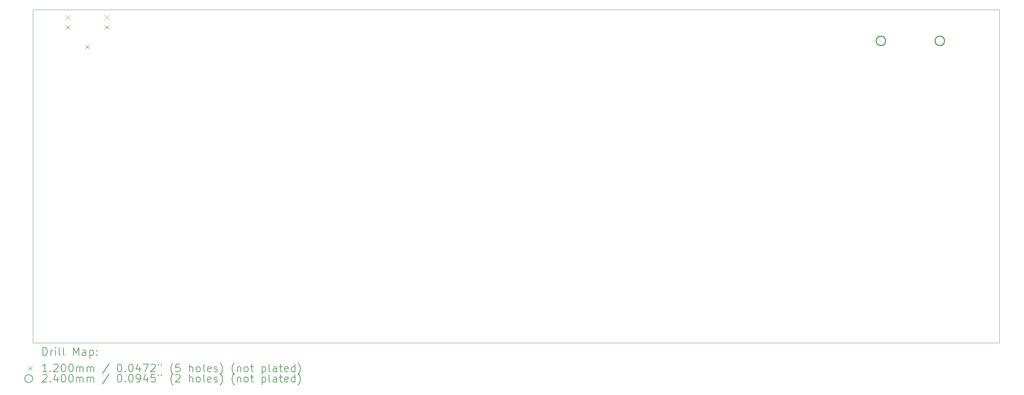
<source format=gbr>
%TF.GenerationSoftware,KiCad,Pcbnew,7.0.7*%
%TF.CreationDate,2023-10-19T16:40:44+01:00*%
%TF.ProjectId,CPC464-2MINI,43504334-3634-42d3-924d-494e492e6b69,rev?*%
%TF.SameCoordinates,Original*%
%TF.FileFunction,Drillmap*%
%TF.FilePolarity,Positive*%
%FSLAX45Y45*%
G04 Gerber Fmt 4.5, Leading zero omitted, Abs format (unit mm)*
G04 Created by KiCad (PCBNEW 7.0.7) date 2023-10-19 16:40:44*
%MOMM*%
%LPD*%
G01*
G04 APERTURE LIST*
%ADD10C,0.100000*%
%ADD11C,0.200000*%
%ADD12C,0.120000*%
%ADD13C,0.240000*%
G04 APERTURE END LIST*
D10*
X1442720Y-2727960D02*
X26047700Y-2727960D01*
X26047700Y-11226000D01*
X1442720Y-11226000D01*
X1442720Y-2727960D01*
D11*
D12*
X2269560Y-2870080D02*
X2389560Y-2990080D01*
X2389560Y-2870080D02*
X2269560Y-2990080D01*
X2269560Y-3120080D02*
X2389560Y-3240080D01*
X2389560Y-3120080D02*
X2269560Y-3240080D01*
X2769560Y-3620080D02*
X2889560Y-3740080D01*
X2889560Y-3620080D02*
X2769560Y-3740080D01*
X3269560Y-2870080D02*
X3389560Y-2990080D01*
X3389560Y-2870080D02*
X3269560Y-2990080D01*
X3269560Y-3120080D02*
X3389560Y-3240080D01*
X3389560Y-3120080D02*
X3269560Y-3240080D01*
D13*
X23152750Y-3527320D02*
G75*
G03*
X23152750Y-3527320I-120000J0D01*
G01*
X24652750Y-3527320D02*
G75*
G03*
X24652750Y-3527320I-120000J0D01*
G01*
D11*
X1698497Y-11542484D02*
X1698497Y-11342484D01*
X1698497Y-11342484D02*
X1746116Y-11342484D01*
X1746116Y-11342484D02*
X1774687Y-11352008D01*
X1774687Y-11352008D02*
X1793735Y-11371055D01*
X1793735Y-11371055D02*
X1803259Y-11390103D01*
X1803259Y-11390103D02*
X1812782Y-11428198D01*
X1812782Y-11428198D02*
X1812782Y-11456769D01*
X1812782Y-11456769D02*
X1803259Y-11494865D01*
X1803259Y-11494865D02*
X1793735Y-11513912D01*
X1793735Y-11513912D02*
X1774687Y-11532960D01*
X1774687Y-11532960D02*
X1746116Y-11542484D01*
X1746116Y-11542484D02*
X1698497Y-11542484D01*
X1898497Y-11542484D02*
X1898497Y-11409150D01*
X1898497Y-11447246D02*
X1908021Y-11428198D01*
X1908021Y-11428198D02*
X1917544Y-11418674D01*
X1917544Y-11418674D02*
X1936592Y-11409150D01*
X1936592Y-11409150D02*
X1955640Y-11409150D01*
X2022306Y-11542484D02*
X2022306Y-11409150D01*
X2022306Y-11342484D02*
X2012782Y-11352008D01*
X2012782Y-11352008D02*
X2022306Y-11361531D01*
X2022306Y-11361531D02*
X2031830Y-11352008D01*
X2031830Y-11352008D02*
X2022306Y-11342484D01*
X2022306Y-11342484D02*
X2022306Y-11361531D01*
X2146116Y-11542484D02*
X2127068Y-11532960D01*
X2127068Y-11532960D02*
X2117544Y-11513912D01*
X2117544Y-11513912D02*
X2117544Y-11342484D01*
X2250878Y-11542484D02*
X2231830Y-11532960D01*
X2231830Y-11532960D02*
X2222306Y-11513912D01*
X2222306Y-11513912D02*
X2222306Y-11342484D01*
X2479449Y-11542484D02*
X2479449Y-11342484D01*
X2479449Y-11342484D02*
X2546116Y-11485341D01*
X2546116Y-11485341D02*
X2612783Y-11342484D01*
X2612783Y-11342484D02*
X2612783Y-11542484D01*
X2793735Y-11542484D02*
X2793735Y-11437722D01*
X2793735Y-11437722D02*
X2784211Y-11418674D01*
X2784211Y-11418674D02*
X2765164Y-11409150D01*
X2765164Y-11409150D02*
X2727068Y-11409150D01*
X2727068Y-11409150D02*
X2708021Y-11418674D01*
X2793735Y-11532960D02*
X2774687Y-11542484D01*
X2774687Y-11542484D02*
X2727068Y-11542484D01*
X2727068Y-11542484D02*
X2708021Y-11532960D01*
X2708021Y-11532960D02*
X2698497Y-11513912D01*
X2698497Y-11513912D02*
X2698497Y-11494865D01*
X2698497Y-11494865D02*
X2708021Y-11475817D01*
X2708021Y-11475817D02*
X2727068Y-11466293D01*
X2727068Y-11466293D02*
X2774687Y-11466293D01*
X2774687Y-11466293D02*
X2793735Y-11456769D01*
X2888973Y-11409150D02*
X2888973Y-11609150D01*
X2888973Y-11418674D02*
X2908021Y-11409150D01*
X2908021Y-11409150D02*
X2946116Y-11409150D01*
X2946116Y-11409150D02*
X2965163Y-11418674D01*
X2965163Y-11418674D02*
X2974687Y-11428198D01*
X2974687Y-11428198D02*
X2984211Y-11447246D01*
X2984211Y-11447246D02*
X2984211Y-11504388D01*
X2984211Y-11504388D02*
X2974687Y-11523436D01*
X2974687Y-11523436D02*
X2965163Y-11532960D01*
X2965163Y-11532960D02*
X2946116Y-11542484D01*
X2946116Y-11542484D02*
X2908021Y-11542484D01*
X2908021Y-11542484D02*
X2888973Y-11532960D01*
X3069925Y-11523436D02*
X3079449Y-11532960D01*
X3079449Y-11532960D02*
X3069925Y-11542484D01*
X3069925Y-11542484D02*
X3060402Y-11532960D01*
X3060402Y-11532960D02*
X3069925Y-11523436D01*
X3069925Y-11523436D02*
X3069925Y-11542484D01*
X3069925Y-11418674D02*
X3079449Y-11428198D01*
X3079449Y-11428198D02*
X3069925Y-11437722D01*
X3069925Y-11437722D02*
X3060402Y-11428198D01*
X3060402Y-11428198D02*
X3069925Y-11418674D01*
X3069925Y-11418674D02*
X3069925Y-11437722D01*
D12*
X1317720Y-11811000D02*
X1437720Y-11931000D01*
X1437720Y-11811000D02*
X1317720Y-11931000D01*
D11*
X1803259Y-11962484D02*
X1688973Y-11962484D01*
X1746116Y-11962484D02*
X1746116Y-11762484D01*
X1746116Y-11762484D02*
X1727068Y-11791055D01*
X1727068Y-11791055D02*
X1708021Y-11810103D01*
X1708021Y-11810103D02*
X1688973Y-11819627D01*
X1888973Y-11943436D02*
X1898497Y-11952960D01*
X1898497Y-11952960D02*
X1888973Y-11962484D01*
X1888973Y-11962484D02*
X1879449Y-11952960D01*
X1879449Y-11952960D02*
X1888973Y-11943436D01*
X1888973Y-11943436D02*
X1888973Y-11962484D01*
X1974687Y-11781531D02*
X1984211Y-11772008D01*
X1984211Y-11772008D02*
X2003259Y-11762484D01*
X2003259Y-11762484D02*
X2050878Y-11762484D01*
X2050878Y-11762484D02*
X2069925Y-11772008D01*
X2069925Y-11772008D02*
X2079449Y-11781531D01*
X2079449Y-11781531D02*
X2088973Y-11800579D01*
X2088973Y-11800579D02*
X2088973Y-11819627D01*
X2088973Y-11819627D02*
X2079449Y-11848198D01*
X2079449Y-11848198D02*
X1965163Y-11962484D01*
X1965163Y-11962484D02*
X2088973Y-11962484D01*
X2212783Y-11762484D02*
X2231830Y-11762484D01*
X2231830Y-11762484D02*
X2250878Y-11772008D01*
X2250878Y-11772008D02*
X2260402Y-11781531D01*
X2260402Y-11781531D02*
X2269925Y-11800579D01*
X2269925Y-11800579D02*
X2279449Y-11838674D01*
X2279449Y-11838674D02*
X2279449Y-11886293D01*
X2279449Y-11886293D02*
X2269925Y-11924388D01*
X2269925Y-11924388D02*
X2260402Y-11943436D01*
X2260402Y-11943436D02*
X2250878Y-11952960D01*
X2250878Y-11952960D02*
X2231830Y-11962484D01*
X2231830Y-11962484D02*
X2212783Y-11962484D01*
X2212783Y-11962484D02*
X2193735Y-11952960D01*
X2193735Y-11952960D02*
X2184211Y-11943436D01*
X2184211Y-11943436D02*
X2174687Y-11924388D01*
X2174687Y-11924388D02*
X2165164Y-11886293D01*
X2165164Y-11886293D02*
X2165164Y-11838674D01*
X2165164Y-11838674D02*
X2174687Y-11800579D01*
X2174687Y-11800579D02*
X2184211Y-11781531D01*
X2184211Y-11781531D02*
X2193735Y-11772008D01*
X2193735Y-11772008D02*
X2212783Y-11762484D01*
X2403259Y-11762484D02*
X2422306Y-11762484D01*
X2422306Y-11762484D02*
X2441354Y-11772008D01*
X2441354Y-11772008D02*
X2450878Y-11781531D01*
X2450878Y-11781531D02*
X2460402Y-11800579D01*
X2460402Y-11800579D02*
X2469925Y-11838674D01*
X2469925Y-11838674D02*
X2469925Y-11886293D01*
X2469925Y-11886293D02*
X2460402Y-11924388D01*
X2460402Y-11924388D02*
X2450878Y-11943436D01*
X2450878Y-11943436D02*
X2441354Y-11952960D01*
X2441354Y-11952960D02*
X2422306Y-11962484D01*
X2422306Y-11962484D02*
X2403259Y-11962484D01*
X2403259Y-11962484D02*
X2384211Y-11952960D01*
X2384211Y-11952960D02*
X2374687Y-11943436D01*
X2374687Y-11943436D02*
X2365164Y-11924388D01*
X2365164Y-11924388D02*
X2355640Y-11886293D01*
X2355640Y-11886293D02*
X2355640Y-11838674D01*
X2355640Y-11838674D02*
X2365164Y-11800579D01*
X2365164Y-11800579D02*
X2374687Y-11781531D01*
X2374687Y-11781531D02*
X2384211Y-11772008D01*
X2384211Y-11772008D02*
X2403259Y-11762484D01*
X2555640Y-11962484D02*
X2555640Y-11829150D01*
X2555640Y-11848198D02*
X2565164Y-11838674D01*
X2565164Y-11838674D02*
X2584211Y-11829150D01*
X2584211Y-11829150D02*
X2612783Y-11829150D01*
X2612783Y-11829150D02*
X2631830Y-11838674D01*
X2631830Y-11838674D02*
X2641354Y-11857722D01*
X2641354Y-11857722D02*
X2641354Y-11962484D01*
X2641354Y-11857722D02*
X2650878Y-11838674D01*
X2650878Y-11838674D02*
X2669925Y-11829150D01*
X2669925Y-11829150D02*
X2698497Y-11829150D01*
X2698497Y-11829150D02*
X2717545Y-11838674D01*
X2717545Y-11838674D02*
X2727068Y-11857722D01*
X2727068Y-11857722D02*
X2727068Y-11962484D01*
X2822306Y-11962484D02*
X2822306Y-11829150D01*
X2822306Y-11848198D02*
X2831830Y-11838674D01*
X2831830Y-11838674D02*
X2850878Y-11829150D01*
X2850878Y-11829150D02*
X2879449Y-11829150D01*
X2879449Y-11829150D02*
X2898497Y-11838674D01*
X2898497Y-11838674D02*
X2908021Y-11857722D01*
X2908021Y-11857722D02*
X2908021Y-11962484D01*
X2908021Y-11857722D02*
X2917544Y-11838674D01*
X2917544Y-11838674D02*
X2936592Y-11829150D01*
X2936592Y-11829150D02*
X2965163Y-11829150D01*
X2965163Y-11829150D02*
X2984211Y-11838674D01*
X2984211Y-11838674D02*
X2993735Y-11857722D01*
X2993735Y-11857722D02*
X2993735Y-11962484D01*
X3384211Y-11752960D02*
X3212783Y-12010103D01*
X3641354Y-11762484D02*
X3660402Y-11762484D01*
X3660402Y-11762484D02*
X3679449Y-11772008D01*
X3679449Y-11772008D02*
X3688973Y-11781531D01*
X3688973Y-11781531D02*
X3698497Y-11800579D01*
X3698497Y-11800579D02*
X3708021Y-11838674D01*
X3708021Y-11838674D02*
X3708021Y-11886293D01*
X3708021Y-11886293D02*
X3698497Y-11924388D01*
X3698497Y-11924388D02*
X3688973Y-11943436D01*
X3688973Y-11943436D02*
X3679449Y-11952960D01*
X3679449Y-11952960D02*
X3660402Y-11962484D01*
X3660402Y-11962484D02*
X3641354Y-11962484D01*
X3641354Y-11962484D02*
X3622306Y-11952960D01*
X3622306Y-11952960D02*
X3612783Y-11943436D01*
X3612783Y-11943436D02*
X3603259Y-11924388D01*
X3603259Y-11924388D02*
X3593735Y-11886293D01*
X3593735Y-11886293D02*
X3593735Y-11838674D01*
X3593735Y-11838674D02*
X3603259Y-11800579D01*
X3603259Y-11800579D02*
X3612783Y-11781531D01*
X3612783Y-11781531D02*
X3622306Y-11772008D01*
X3622306Y-11772008D02*
X3641354Y-11762484D01*
X3793735Y-11943436D02*
X3803259Y-11952960D01*
X3803259Y-11952960D02*
X3793735Y-11962484D01*
X3793735Y-11962484D02*
X3784211Y-11952960D01*
X3784211Y-11952960D02*
X3793735Y-11943436D01*
X3793735Y-11943436D02*
X3793735Y-11962484D01*
X3927068Y-11762484D02*
X3946116Y-11762484D01*
X3946116Y-11762484D02*
X3965164Y-11772008D01*
X3965164Y-11772008D02*
X3974687Y-11781531D01*
X3974687Y-11781531D02*
X3984211Y-11800579D01*
X3984211Y-11800579D02*
X3993735Y-11838674D01*
X3993735Y-11838674D02*
X3993735Y-11886293D01*
X3993735Y-11886293D02*
X3984211Y-11924388D01*
X3984211Y-11924388D02*
X3974687Y-11943436D01*
X3974687Y-11943436D02*
X3965164Y-11952960D01*
X3965164Y-11952960D02*
X3946116Y-11962484D01*
X3946116Y-11962484D02*
X3927068Y-11962484D01*
X3927068Y-11962484D02*
X3908021Y-11952960D01*
X3908021Y-11952960D02*
X3898497Y-11943436D01*
X3898497Y-11943436D02*
X3888973Y-11924388D01*
X3888973Y-11924388D02*
X3879449Y-11886293D01*
X3879449Y-11886293D02*
X3879449Y-11838674D01*
X3879449Y-11838674D02*
X3888973Y-11800579D01*
X3888973Y-11800579D02*
X3898497Y-11781531D01*
X3898497Y-11781531D02*
X3908021Y-11772008D01*
X3908021Y-11772008D02*
X3927068Y-11762484D01*
X4165164Y-11829150D02*
X4165164Y-11962484D01*
X4117545Y-11752960D02*
X4069926Y-11895817D01*
X4069926Y-11895817D02*
X4193735Y-11895817D01*
X4250878Y-11762484D02*
X4384211Y-11762484D01*
X4384211Y-11762484D02*
X4298497Y-11962484D01*
X4450878Y-11781531D02*
X4460402Y-11772008D01*
X4460402Y-11772008D02*
X4479449Y-11762484D01*
X4479449Y-11762484D02*
X4527069Y-11762484D01*
X4527069Y-11762484D02*
X4546116Y-11772008D01*
X4546116Y-11772008D02*
X4555640Y-11781531D01*
X4555640Y-11781531D02*
X4565164Y-11800579D01*
X4565164Y-11800579D02*
X4565164Y-11819627D01*
X4565164Y-11819627D02*
X4555640Y-11848198D01*
X4555640Y-11848198D02*
X4441354Y-11962484D01*
X4441354Y-11962484D02*
X4565164Y-11962484D01*
X4641354Y-11762484D02*
X4641354Y-11800579D01*
X4717545Y-11762484D02*
X4717545Y-11800579D01*
X5012783Y-12038674D02*
X5003259Y-12029150D01*
X5003259Y-12029150D02*
X4984211Y-12000579D01*
X4984211Y-12000579D02*
X4974688Y-11981531D01*
X4974688Y-11981531D02*
X4965164Y-11952960D01*
X4965164Y-11952960D02*
X4955640Y-11905341D01*
X4955640Y-11905341D02*
X4955640Y-11867246D01*
X4955640Y-11867246D02*
X4965164Y-11819627D01*
X4965164Y-11819627D02*
X4974688Y-11791055D01*
X4974688Y-11791055D02*
X4984211Y-11772008D01*
X4984211Y-11772008D02*
X5003259Y-11743436D01*
X5003259Y-11743436D02*
X5012783Y-11733912D01*
X5184211Y-11762484D02*
X5088973Y-11762484D01*
X5088973Y-11762484D02*
X5079450Y-11857722D01*
X5079450Y-11857722D02*
X5088973Y-11848198D01*
X5088973Y-11848198D02*
X5108021Y-11838674D01*
X5108021Y-11838674D02*
X5155640Y-11838674D01*
X5155640Y-11838674D02*
X5174688Y-11848198D01*
X5174688Y-11848198D02*
X5184211Y-11857722D01*
X5184211Y-11857722D02*
X5193735Y-11876769D01*
X5193735Y-11876769D02*
X5193735Y-11924388D01*
X5193735Y-11924388D02*
X5184211Y-11943436D01*
X5184211Y-11943436D02*
X5174688Y-11952960D01*
X5174688Y-11952960D02*
X5155640Y-11962484D01*
X5155640Y-11962484D02*
X5108021Y-11962484D01*
X5108021Y-11962484D02*
X5088973Y-11952960D01*
X5088973Y-11952960D02*
X5079450Y-11943436D01*
X5431831Y-11962484D02*
X5431831Y-11762484D01*
X5517545Y-11962484D02*
X5517545Y-11857722D01*
X5517545Y-11857722D02*
X5508021Y-11838674D01*
X5508021Y-11838674D02*
X5488973Y-11829150D01*
X5488973Y-11829150D02*
X5460402Y-11829150D01*
X5460402Y-11829150D02*
X5441354Y-11838674D01*
X5441354Y-11838674D02*
X5431831Y-11848198D01*
X5641354Y-11962484D02*
X5622307Y-11952960D01*
X5622307Y-11952960D02*
X5612783Y-11943436D01*
X5612783Y-11943436D02*
X5603259Y-11924388D01*
X5603259Y-11924388D02*
X5603259Y-11867246D01*
X5603259Y-11867246D02*
X5612783Y-11848198D01*
X5612783Y-11848198D02*
X5622307Y-11838674D01*
X5622307Y-11838674D02*
X5641354Y-11829150D01*
X5641354Y-11829150D02*
X5669926Y-11829150D01*
X5669926Y-11829150D02*
X5688973Y-11838674D01*
X5688973Y-11838674D02*
X5698497Y-11848198D01*
X5698497Y-11848198D02*
X5708021Y-11867246D01*
X5708021Y-11867246D02*
X5708021Y-11924388D01*
X5708021Y-11924388D02*
X5698497Y-11943436D01*
X5698497Y-11943436D02*
X5688973Y-11952960D01*
X5688973Y-11952960D02*
X5669926Y-11962484D01*
X5669926Y-11962484D02*
X5641354Y-11962484D01*
X5822307Y-11962484D02*
X5803259Y-11952960D01*
X5803259Y-11952960D02*
X5793735Y-11933912D01*
X5793735Y-11933912D02*
X5793735Y-11762484D01*
X5974688Y-11952960D02*
X5955640Y-11962484D01*
X5955640Y-11962484D02*
X5917545Y-11962484D01*
X5917545Y-11962484D02*
X5898497Y-11952960D01*
X5898497Y-11952960D02*
X5888973Y-11933912D01*
X5888973Y-11933912D02*
X5888973Y-11857722D01*
X5888973Y-11857722D02*
X5898497Y-11838674D01*
X5898497Y-11838674D02*
X5917545Y-11829150D01*
X5917545Y-11829150D02*
X5955640Y-11829150D01*
X5955640Y-11829150D02*
X5974688Y-11838674D01*
X5974688Y-11838674D02*
X5984211Y-11857722D01*
X5984211Y-11857722D02*
X5984211Y-11876769D01*
X5984211Y-11876769D02*
X5888973Y-11895817D01*
X6060402Y-11952960D02*
X6079450Y-11962484D01*
X6079450Y-11962484D02*
X6117545Y-11962484D01*
X6117545Y-11962484D02*
X6136592Y-11952960D01*
X6136592Y-11952960D02*
X6146116Y-11933912D01*
X6146116Y-11933912D02*
X6146116Y-11924388D01*
X6146116Y-11924388D02*
X6136592Y-11905341D01*
X6136592Y-11905341D02*
X6117545Y-11895817D01*
X6117545Y-11895817D02*
X6088973Y-11895817D01*
X6088973Y-11895817D02*
X6069926Y-11886293D01*
X6069926Y-11886293D02*
X6060402Y-11867246D01*
X6060402Y-11867246D02*
X6060402Y-11857722D01*
X6060402Y-11857722D02*
X6069926Y-11838674D01*
X6069926Y-11838674D02*
X6088973Y-11829150D01*
X6088973Y-11829150D02*
X6117545Y-11829150D01*
X6117545Y-11829150D02*
X6136592Y-11838674D01*
X6212783Y-12038674D02*
X6222307Y-12029150D01*
X6222307Y-12029150D02*
X6241354Y-12000579D01*
X6241354Y-12000579D02*
X6250878Y-11981531D01*
X6250878Y-11981531D02*
X6260402Y-11952960D01*
X6260402Y-11952960D02*
X6269926Y-11905341D01*
X6269926Y-11905341D02*
X6269926Y-11867246D01*
X6269926Y-11867246D02*
X6260402Y-11819627D01*
X6260402Y-11819627D02*
X6250878Y-11791055D01*
X6250878Y-11791055D02*
X6241354Y-11772008D01*
X6241354Y-11772008D02*
X6222307Y-11743436D01*
X6222307Y-11743436D02*
X6212783Y-11733912D01*
X6574688Y-12038674D02*
X6565164Y-12029150D01*
X6565164Y-12029150D02*
X6546116Y-12000579D01*
X6546116Y-12000579D02*
X6536592Y-11981531D01*
X6536592Y-11981531D02*
X6527069Y-11952960D01*
X6527069Y-11952960D02*
X6517545Y-11905341D01*
X6517545Y-11905341D02*
X6517545Y-11867246D01*
X6517545Y-11867246D02*
X6527069Y-11819627D01*
X6527069Y-11819627D02*
X6536592Y-11791055D01*
X6536592Y-11791055D02*
X6546116Y-11772008D01*
X6546116Y-11772008D02*
X6565164Y-11743436D01*
X6565164Y-11743436D02*
X6574688Y-11733912D01*
X6650878Y-11829150D02*
X6650878Y-11962484D01*
X6650878Y-11848198D02*
X6660402Y-11838674D01*
X6660402Y-11838674D02*
X6679450Y-11829150D01*
X6679450Y-11829150D02*
X6708021Y-11829150D01*
X6708021Y-11829150D02*
X6727069Y-11838674D01*
X6727069Y-11838674D02*
X6736592Y-11857722D01*
X6736592Y-11857722D02*
X6736592Y-11962484D01*
X6860402Y-11962484D02*
X6841354Y-11952960D01*
X6841354Y-11952960D02*
X6831831Y-11943436D01*
X6831831Y-11943436D02*
X6822307Y-11924388D01*
X6822307Y-11924388D02*
X6822307Y-11867246D01*
X6822307Y-11867246D02*
X6831831Y-11848198D01*
X6831831Y-11848198D02*
X6841354Y-11838674D01*
X6841354Y-11838674D02*
X6860402Y-11829150D01*
X6860402Y-11829150D02*
X6888973Y-11829150D01*
X6888973Y-11829150D02*
X6908021Y-11838674D01*
X6908021Y-11838674D02*
X6917545Y-11848198D01*
X6917545Y-11848198D02*
X6927069Y-11867246D01*
X6927069Y-11867246D02*
X6927069Y-11924388D01*
X6927069Y-11924388D02*
X6917545Y-11943436D01*
X6917545Y-11943436D02*
X6908021Y-11952960D01*
X6908021Y-11952960D02*
X6888973Y-11962484D01*
X6888973Y-11962484D02*
X6860402Y-11962484D01*
X6984212Y-11829150D02*
X7060402Y-11829150D01*
X7012783Y-11762484D02*
X7012783Y-11933912D01*
X7012783Y-11933912D02*
X7022307Y-11952960D01*
X7022307Y-11952960D02*
X7041354Y-11962484D01*
X7041354Y-11962484D02*
X7060402Y-11962484D01*
X7279450Y-11829150D02*
X7279450Y-12029150D01*
X7279450Y-11838674D02*
X7298497Y-11829150D01*
X7298497Y-11829150D02*
X7336593Y-11829150D01*
X7336593Y-11829150D02*
X7355640Y-11838674D01*
X7355640Y-11838674D02*
X7365164Y-11848198D01*
X7365164Y-11848198D02*
X7374688Y-11867246D01*
X7374688Y-11867246D02*
X7374688Y-11924388D01*
X7374688Y-11924388D02*
X7365164Y-11943436D01*
X7365164Y-11943436D02*
X7355640Y-11952960D01*
X7355640Y-11952960D02*
X7336593Y-11962484D01*
X7336593Y-11962484D02*
X7298497Y-11962484D01*
X7298497Y-11962484D02*
X7279450Y-11952960D01*
X7488973Y-11962484D02*
X7469926Y-11952960D01*
X7469926Y-11952960D02*
X7460402Y-11933912D01*
X7460402Y-11933912D02*
X7460402Y-11762484D01*
X7650878Y-11962484D02*
X7650878Y-11857722D01*
X7650878Y-11857722D02*
X7641354Y-11838674D01*
X7641354Y-11838674D02*
X7622307Y-11829150D01*
X7622307Y-11829150D02*
X7584212Y-11829150D01*
X7584212Y-11829150D02*
X7565164Y-11838674D01*
X7650878Y-11952960D02*
X7631831Y-11962484D01*
X7631831Y-11962484D02*
X7584212Y-11962484D01*
X7584212Y-11962484D02*
X7565164Y-11952960D01*
X7565164Y-11952960D02*
X7555640Y-11933912D01*
X7555640Y-11933912D02*
X7555640Y-11914865D01*
X7555640Y-11914865D02*
X7565164Y-11895817D01*
X7565164Y-11895817D02*
X7584212Y-11886293D01*
X7584212Y-11886293D02*
X7631831Y-11886293D01*
X7631831Y-11886293D02*
X7650878Y-11876769D01*
X7717545Y-11829150D02*
X7793735Y-11829150D01*
X7746116Y-11762484D02*
X7746116Y-11933912D01*
X7746116Y-11933912D02*
X7755640Y-11952960D01*
X7755640Y-11952960D02*
X7774688Y-11962484D01*
X7774688Y-11962484D02*
X7793735Y-11962484D01*
X7936593Y-11952960D02*
X7917545Y-11962484D01*
X7917545Y-11962484D02*
X7879450Y-11962484D01*
X7879450Y-11962484D02*
X7860402Y-11952960D01*
X7860402Y-11952960D02*
X7850878Y-11933912D01*
X7850878Y-11933912D02*
X7850878Y-11857722D01*
X7850878Y-11857722D02*
X7860402Y-11838674D01*
X7860402Y-11838674D02*
X7879450Y-11829150D01*
X7879450Y-11829150D02*
X7917545Y-11829150D01*
X7917545Y-11829150D02*
X7936593Y-11838674D01*
X7936593Y-11838674D02*
X7946116Y-11857722D01*
X7946116Y-11857722D02*
X7946116Y-11876769D01*
X7946116Y-11876769D02*
X7850878Y-11895817D01*
X8117545Y-11962484D02*
X8117545Y-11762484D01*
X8117545Y-11952960D02*
X8098497Y-11962484D01*
X8098497Y-11962484D02*
X8060402Y-11962484D01*
X8060402Y-11962484D02*
X8041354Y-11952960D01*
X8041354Y-11952960D02*
X8031831Y-11943436D01*
X8031831Y-11943436D02*
X8022307Y-11924388D01*
X8022307Y-11924388D02*
X8022307Y-11867246D01*
X8022307Y-11867246D02*
X8031831Y-11848198D01*
X8031831Y-11848198D02*
X8041354Y-11838674D01*
X8041354Y-11838674D02*
X8060402Y-11829150D01*
X8060402Y-11829150D02*
X8098497Y-11829150D01*
X8098497Y-11829150D02*
X8117545Y-11838674D01*
X8193735Y-12038674D02*
X8203259Y-12029150D01*
X8203259Y-12029150D02*
X8222307Y-12000579D01*
X8222307Y-12000579D02*
X8231831Y-11981531D01*
X8231831Y-11981531D02*
X8241354Y-11952960D01*
X8241354Y-11952960D02*
X8250878Y-11905341D01*
X8250878Y-11905341D02*
X8250878Y-11867246D01*
X8250878Y-11867246D02*
X8241354Y-11819627D01*
X8241354Y-11819627D02*
X8231831Y-11791055D01*
X8231831Y-11791055D02*
X8222307Y-11772008D01*
X8222307Y-11772008D02*
X8203259Y-11743436D01*
X8203259Y-11743436D02*
X8193735Y-11733912D01*
X1437720Y-12135000D02*
G75*
G03*
X1437720Y-12135000I-100000J0D01*
G01*
X1688973Y-12045531D02*
X1698497Y-12036008D01*
X1698497Y-12036008D02*
X1717544Y-12026484D01*
X1717544Y-12026484D02*
X1765163Y-12026484D01*
X1765163Y-12026484D02*
X1784211Y-12036008D01*
X1784211Y-12036008D02*
X1793735Y-12045531D01*
X1793735Y-12045531D02*
X1803259Y-12064579D01*
X1803259Y-12064579D02*
X1803259Y-12083627D01*
X1803259Y-12083627D02*
X1793735Y-12112198D01*
X1793735Y-12112198D02*
X1679449Y-12226484D01*
X1679449Y-12226484D02*
X1803259Y-12226484D01*
X1888973Y-12207436D02*
X1898497Y-12216960D01*
X1898497Y-12216960D02*
X1888973Y-12226484D01*
X1888973Y-12226484D02*
X1879449Y-12216960D01*
X1879449Y-12216960D02*
X1888973Y-12207436D01*
X1888973Y-12207436D02*
X1888973Y-12226484D01*
X2069925Y-12093150D02*
X2069925Y-12226484D01*
X2022306Y-12016960D02*
X1974687Y-12159817D01*
X1974687Y-12159817D02*
X2098497Y-12159817D01*
X2212783Y-12026484D02*
X2231830Y-12026484D01*
X2231830Y-12026484D02*
X2250878Y-12036008D01*
X2250878Y-12036008D02*
X2260402Y-12045531D01*
X2260402Y-12045531D02*
X2269925Y-12064579D01*
X2269925Y-12064579D02*
X2279449Y-12102674D01*
X2279449Y-12102674D02*
X2279449Y-12150293D01*
X2279449Y-12150293D02*
X2269925Y-12188388D01*
X2269925Y-12188388D02*
X2260402Y-12207436D01*
X2260402Y-12207436D02*
X2250878Y-12216960D01*
X2250878Y-12216960D02*
X2231830Y-12226484D01*
X2231830Y-12226484D02*
X2212783Y-12226484D01*
X2212783Y-12226484D02*
X2193735Y-12216960D01*
X2193735Y-12216960D02*
X2184211Y-12207436D01*
X2184211Y-12207436D02*
X2174687Y-12188388D01*
X2174687Y-12188388D02*
X2165164Y-12150293D01*
X2165164Y-12150293D02*
X2165164Y-12102674D01*
X2165164Y-12102674D02*
X2174687Y-12064579D01*
X2174687Y-12064579D02*
X2184211Y-12045531D01*
X2184211Y-12045531D02*
X2193735Y-12036008D01*
X2193735Y-12036008D02*
X2212783Y-12026484D01*
X2403259Y-12026484D02*
X2422306Y-12026484D01*
X2422306Y-12026484D02*
X2441354Y-12036008D01*
X2441354Y-12036008D02*
X2450878Y-12045531D01*
X2450878Y-12045531D02*
X2460402Y-12064579D01*
X2460402Y-12064579D02*
X2469925Y-12102674D01*
X2469925Y-12102674D02*
X2469925Y-12150293D01*
X2469925Y-12150293D02*
X2460402Y-12188388D01*
X2460402Y-12188388D02*
X2450878Y-12207436D01*
X2450878Y-12207436D02*
X2441354Y-12216960D01*
X2441354Y-12216960D02*
X2422306Y-12226484D01*
X2422306Y-12226484D02*
X2403259Y-12226484D01*
X2403259Y-12226484D02*
X2384211Y-12216960D01*
X2384211Y-12216960D02*
X2374687Y-12207436D01*
X2374687Y-12207436D02*
X2365164Y-12188388D01*
X2365164Y-12188388D02*
X2355640Y-12150293D01*
X2355640Y-12150293D02*
X2355640Y-12102674D01*
X2355640Y-12102674D02*
X2365164Y-12064579D01*
X2365164Y-12064579D02*
X2374687Y-12045531D01*
X2374687Y-12045531D02*
X2384211Y-12036008D01*
X2384211Y-12036008D02*
X2403259Y-12026484D01*
X2555640Y-12226484D02*
X2555640Y-12093150D01*
X2555640Y-12112198D02*
X2565164Y-12102674D01*
X2565164Y-12102674D02*
X2584211Y-12093150D01*
X2584211Y-12093150D02*
X2612783Y-12093150D01*
X2612783Y-12093150D02*
X2631830Y-12102674D01*
X2631830Y-12102674D02*
X2641354Y-12121722D01*
X2641354Y-12121722D02*
X2641354Y-12226484D01*
X2641354Y-12121722D02*
X2650878Y-12102674D01*
X2650878Y-12102674D02*
X2669925Y-12093150D01*
X2669925Y-12093150D02*
X2698497Y-12093150D01*
X2698497Y-12093150D02*
X2717545Y-12102674D01*
X2717545Y-12102674D02*
X2727068Y-12121722D01*
X2727068Y-12121722D02*
X2727068Y-12226484D01*
X2822306Y-12226484D02*
X2822306Y-12093150D01*
X2822306Y-12112198D02*
X2831830Y-12102674D01*
X2831830Y-12102674D02*
X2850878Y-12093150D01*
X2850878Y-12093150D02*
X2879449Y-12093150D01*
X2879449Y-12093150D02*
X2898497Y-12102674D01*
X2898497Y-12102674D02*
X2908021Y-12121722D01*
X2908021Y-12121722D02*
X2908021Y-12226484D01*
X2908021Y-12121722D02*
X2917544Y-12102674D01*
X2917544Y-12102674D02*
X2936592Y-12093150D01*
X2936592Y-12093150D02*
X2965163Y-12093150D01*
X2965163Y-12093150D02*
X2984211Y-12102674D01*
X2984211Y-12102674D02*
X2993735Y-12121722D01*
X2993735Y-12121722D02*
X2993735Y-12226484D01*
X3384211Y-12016960D02*
X3212783Y-12274103D01*
X3641354Y-12026484D02*
X3660402Y-12026484D01*
X3660402Y-12026484D02*
X3679449Y-12036008D01*
X3679449Y-12036008D02*
X3688973Y-12045531D01*
X3688973Y-12045531D02*
X3698497Y-12064579D01*
X3698497Y-12064579D02*
X3708021Y-12102674D01*
X3708021Y-12102674D02*
X3708021Y-12150293D01*
X3708021Y-12150293D02*
X3698497Y-12188388D01*
X3698497Y-12188388D02*
X3688973Y-12207436D01*
X3688973Y-12207436D02*
X3679449Y-12216960D01*
X3679449Y-12216960D02*
X3660402Y-12226484D01*
X3660402Y-12226484D02*
X3641354Y-12226484D01*
X3641354Y-12226484D02*
X3622306Y-12216960D01*
X3622306Y-12216960D02*
X3612783Y-12207436D01*
X3612783Y-12207436D02*
X3603259Y-12188388D01*
X3603259Y-12188388D02*
X3593735Y-12150293D01*
X3593735Y-12150293D02*
X3593735Y-12102674D01*
X3593735Y-12102674D02*
X3603259Y-12064579D01*
X3603259Y-12064579D02*
X3612783Y-12045531D01*
X3612783Y-12045531D02*
X3622306Y-12036008D01*
X3622306Y-12036008D02*
X3641354Y-12026484D01*
X3793735Y-12207436D02*
X3803259Y-12216960D01*
X3803259Y-12216960D02*
X3793735Y-12226484D01*
X3793735Y-12226484D02*
X3784211Y-12216960D01*
X3784211Y-12216960D02*
X3793735Y-12207436D01*
X3793735Y-12207436D02*
X3793735Y-12226484D01*
X3927068Y-12026484D02*
X3946116Y-12026484D01*
X3946116Y-12026484D02*
X3965164Y-12036008D01*
X3965164Y-12036008D02*
X3974687Y-12045531D01*
X3974687Y-12045531D02*
X3984211Y-12064579D01*
X3984211Y-12064579D02*
X3993735Y-12102674D01*
X3993735Y-12102674D02*
X3993735Y-12150293D01*
X3993735Y-12150293D02*
X3984211Y-12188388D01*
X3984211Y-12188388D02*
X3974687Y-12207436D01*
X3974687Y-12207436D02*
X3965164Y-12216960D01*
X3965164Y-12216960D02*
X3946116Y-12226484D01*
X3946116Y-12226484D02*
X3927068Y-12226484D01*
X3927068Y-12226484D02*
X3908021Y-12216960D01*
X3908021Y-12216960D02*
X3898497Y-12207436D01*
X3898497Y-12207436D02*
X3888973Y-12188388D01*
X3888973Y-12188388D02*
X3879449Y-12150293D01*
X3879449Y-12150293D02*
X3879449Y-12102674D01*
X3879449Y-12102674D02*
X3888973Y-12064579D01*
X3888973Y-12064579D02*
X3898497Y-12045531D01*
X3898497Y-12045531D02*
X3908021Y-12036008D01*
X3908021Y-12036008D02*
X3927068Y-12026484D01*
X4088973Y-12226484D02*
X4127068Y-12226484D01*
X4127068Y-12226484D02*
X4146116Y-12216960D01*
X4146116Y-12216960D02*
X4155640Y-12207436D01*
X4155640Y-12207436D02*
X4174687Y-12178865D01*
X4174687Y-12178865D02*
X4184211Y-12140769D01*
X4184211Y-12140769D02*
X4184211Y-12064579D01*
X4184211Y-12064579D02*
X4174687Y-12045531D01*
X4174687Y-12045531D02*
X4165164Y-12036008D01*
X4165164Y-12036008D02*
X4146116Y-12026484D01*
X4146116Y-12026484D02*
X4108021Y-12026484D01*
X4108021Y-12026484D02*
X4088973Y-12036008D01*
X4088973Y-12036008D02*
X4079449Y-12045531D01*
X4079449Y-12045531D02*
X4069926Y-12064579D01*
X4069926Y-12064579D02*
X4069926Y-12112198D01*
X4069926Y-12112198D02*
X4079449Y-12131246D01*
X4079449Y-12131246D02*
X4088973Y-12140769D01*
X4088973Y-12140769D02*
X4108021Y-12150293D01*
X4108021Y-12150293D02*
X4146116Y-12150293D01*
X4146116Y-12150293D02*
X4165164Y-12140769D01*
X4165164Y-12140769D02*
X4174687Y-12131246D01*
X4174687Y-12131246D02*
X4184211Y-12112198D01*
X4355640Y-12093150D02*
X4355640Y-12226484D01*
X4308021Y-12016960D02*
X4260402Y-12159817D01*
X4260402Y-12159817D02*
X4384211Y-12159817D01*
X4555640Y-12026484D02*
X4460402Y-12026484D01*
X4460402Y-12026484D02*
X4450878Y-12121722D01*
X4450878Y-12121722D02*
X4460402Y-12112198D01*
X4460402Y-12112198D02*
X4479449Y-12102674D01*
X4479449Y-12102674D02*
X4527069Y-12102674D01*
X4527069Y-12102674D02*
X4546116Y-12112198D01*
X4546116Y-12112198D02*
X4555640Y-12121722D01*
X4555640Y-12121722D02*
X4565164Y-12140769D01*
X4565164Y-12140769D02*
X4565164Y-12188388D01*
X4565164Y-12188388D02*
X4555640Y-12207436D01*
X4555640Y-12207436D02*
X4546116Y-12216960D01*
X4546116Y-12216960D02*
X4527069Y-12226484D01*
X4527069Y-12226484D02*
X4479449Y-12226484D01*
X4479449Y-12226484D02*
X4460402Y-12216960D01*
X4460402Y-12216960D02*
X4450878Y-12207436D01*
X4641354Y-12026484D02*
X4641354Y-12064579D01*
X4717545Y-12026484D02*
X4717545Y-12064579D01*
X5012783Y-12302674D02*
X5003259Y-12293150D01*
X5003259Y-12293150D02*
X4984211Y-12264579D01*
X4984211Y-12264579D02*
X4974688Y-12245531D01*
X4974688Y-12245531D02*
X4965164Y-12216960D01*
X4965164Y-12216960D02*
X4955640Y-12169341D01*
X4955640Y-12169341D02*
X4955640Y-12131246D01*
X4955640Y-12131246D02*
X4965164Y-12083627D01*
X4965164Y-12083627D02*
X4974688Y-12055055D01*
X4974688Y-12055055D02*
X4984211Y-12036008D01*
X4984211Y-12036008D02*
X5003259Y-12007436D01*
X5003259Y-12007436D02*
X5012783Y-11997912D01*
X5079450Y-12045531D02*
X5088973Y-12036008D01*
X5088973Y-12036008D02*
X5108021Y-12026484D01*
X5108021Y-12026484D02*
X5155640Y-12026484D01*
X5155640Y-12026484D02*
X5174688Y-12036008D01*
X5174688Y-12036008D02*
X5184211Y-12045531D01*
X5184211Y-12045531D02*
X5193735Y-12064579D01*
X5193735Y-12064579D02*
X5193735Y-12083627D01*
X5193735Y-12083627D02*
X5184211Y-12112198D01*
X5184211Y-12112198D02*
X5069926Y-12226484D01*
X5069926Y-12226484D02*
X5193735Y-12226484D01*
X5431831Y-12226484D02*
X5431831Y-12026484D01*
X5517545Y-12226484D02*
X5517545Y-12121722D01*
X5517545Y-12121722D02*
X5508021Y-12102674D01*
X5508021Y-12102674D02*
X5488973Y-12093150D01*
X5488973Y-12093150D02*
X5460402Y-12093150D01*
X5460402Y-12093150D02*
X5441354Y-12102674D01*
X5441354Y-12102674D02*
X5431831Y-12112198D01*
X5641354Y-12226484D02*
X5622307Y-12216960D01*
X5622307Y-12216960D02*
X5612783Y-12207436D01*
X5612783Y-12207436D02*
X5603259Y-12188388D01*
X5603259Y-12188388D02*
X5603259Y-12131246D01*
X5603259Y-12131246D02*
X5612783Y-12112198D01*
X5612783Y-12112198D02*
X5622307Y-12102674D01*
X5622307Y-12102674D02*
X5641354Y-12093150D01*
X5641354Y-12093150D02*
X5669926Y-12093150D01*
X5669926Y-12093150D02*
X5688973Y-12102674D01*
X5688973Y-12102674D02*
X5698497Y-12112198D01*
X5698497Y-12112198D02*
X5708021Y-12131246D01*
X5708021Y-12131246D02*
X5708021Y-12188388D01*
X5708021Y-12188388D02*
X5698497Y-12207436D01*
X5698497Y-12207436D02*
X5688973Y-12216960D01*
X5688973Y-12216960D02*
X5669926Y-12226484D01*
X5669926Y-12226484D02*
X5641354Y-12226484D01*
X5822307Y-12226484D02*
X5803259Y-12216960D01*
X5803259Y-12216960D02*
X5793735Y-12197912D01*
X5793735Y-12197912D02*
X5793735Y-12026484D01*
X5974688Y-12216960D02*
X5955640Y-12226484D01*
X5955640Y-12226484D02*
X5917545Y-12226484D01*
X5917545Y-12226484D02*
X5898497Y-12216960D01*
X5898497Y-12216960D02*
X5888973Y-12197912D01*
X5888973Y-12197912D02*
X5888973Y-12121722D01*
X5888973Y-12121722D02*
X5898497Y-12102674D01*
X5898497Y-12102674D02*
X5917545Y-12093150D01*
X5917545Y-12093150D02*
X5955640Y-12093150D01*
X5955640Y-12093150D02*
X5974688Y-12102674D01*
X5974688Y-12102674D02*
X5984211Y-12121722D01*
X5984211Y-12121722D02*
X5984211Y-12140769D01*
X5984211Y-12140769D02*
X5888973Y-12159817D01*
X6060402Y-12216960D02*
X6079450Y-12226484D01*
X6079450Y-12226484D02*
X6117545Y-12226484D01*
X6117545Y-12226484D02*
X6136592Y-12216960D01*
X6136592Y-12216960D02*
X6146116Y-12197912D01*
X6146116Y-12197912D02*
X6146116Y-12188388D01*
X6146116Y-12188388D02*
X6136592Y-12169341D01*
X6136592Y-12169341D02*
X6117545Y-12159817D01*
X6117545Y-12159817D02*
X6088973Y-12159817D01*
X6088973Y-12159817D02*
X6069926Y-12150293D01*
X6069926Y-12150293D02*
X6060402Y-12131246D01*
X6060402Y-12131246D02*
X6060402Y-12121722D01*
X6060402Y-12121722D02*
X6069926Y-12102674D01*
X6069926Y-12102674D02*
X6088973Y-12093150D01*
X6088973Y-12093150D02*
X6117545Y-12093150D01*
X6117545Y-12093150D02*
X6136592Y-12102674D01*
X6212783Y-12302674D02*
X6222307Y-12293150D01*
X6222307Y-12293150D02*
X6241354Y-12264579D01*
X6241354Y-12264579D02*
X6250878Y-12245531D01*
X6250878Y-12245531D02*
X6260402Y-12216960D01*
X6260402Y-12216960D02*
X6269926Y-12169341D01*
X6269926Y-12169341D02*
X6269926Y-12131246D01*
X6269926Y-12131246D02*
X6260402Y-12083627D01*
X6260402Y-12083627D02*
X6250878Y-12055055D01*
X6250878Y-12055055D02*
X6241354Y-12036008D01*
X6241354Y-12036008D02*
X6222307Y-12007436D01*
X6222307Y-12007436D02*
X6212783Y-11997912D01*
X6574688Y-12302674D02*
X6565164Y-12293150D01*
X6565164Y-12293150D02*
X6546116Y-12264579D01*
X6546116Y-12264579D02*
X6536592Y-12245531D01*
X6536592Y-12245531D02*
X6527069Y-12216960D01*
X6527069Y-12216960D02*
X6517545Y-12169341D01*
X6517545Y-12169341D02*
X6517545Y-12131246D01*
X6517545Y-12131246D02*
X6527069Y-12083627D01*
X6527069Y-12083627D02*
X6536592Y-12055055D01*
X6536592Y-12055055D02*
X6546116Y-12036008D01*
X6546116Y-12036008D02*
X6565164Y-12007436D01*
X6565164Y-12007436D02*
X6574688Y-11997912D01*
X6650878Y-12093150D02*
X6650878Y-12226484D01*
X6650878Y-12112198D02*
X6660402Y-12102674D01*
X6660402Y-12102674D02*
X6679450Y-12093150D01*
X6679450Y-12093150D02*
X6708021Y-12093150D01*
X6708021Y-12093150D02*
X6727069Y-12102674D01*
X6727069Y-12102674D02*
X6736592Y-12121722D01*
X6736592Y-12121722D02*
X6736592Y-12226484D01*
X6860402Y-12226484D02*
X6841354Y-12216960D01*
X6841354Y-12216960D02*
X6831831Y-12207436D01*
X6831831Y-12207436D02*
X6822307Y-12188388D01*
X6822307Y-12188388D02*
X6822307Y-12131246D01*
X6822307Y-12131246D02*
X6831831Y-12112198D01*
X6831831Y-12112198D02*
X6841354Y-12102674D01*
X6841354Y-12102674D02*
X6860402Y-12093150D01*
X6860402Y-12093150D02*
X6888973Y-12093150D01*
X6888973Y-12093150D02*
X6908021Y-12102674D01*
X6908021Y-12102674D02*
X6917545Y-12112198D01*
X6917545Y-12112198D02*
X6927069Y-12131246D01*
X6927069Y-12131246D02*
X6927069Y-12188388D01*
X6927069Y-12188388D02*
X6917545Y-12207436D01*
X6917545Y-12207436D02*
X6908021Y-12216960D01*
X6908021Y-12216960D02*
X6888973Y-12226484D01*
X6888973Y-12226484D02*
X6860402Y-12226484D01*
X6984212Y-12093150D02*
X7060402Y-12093150D01*
X7012783Y-12026484D02*
X7012783Y-12197912D01*
X7012783Y-12197912D02*
X7022307Y-12216960D01*
X7022307Y-12216960D02*
X7041354Y-12226484D01*
X7041354Y-12226484D02*
X7060402Y-12226484D01*
X7279450Y-12093150D02*
X7279450Y-12293150D01*
X7279450Y-12102674D02*
X7298497Y-12093150D01*
X7298497Y-12093150D02*
X7336593Y-12093150D01*
X7336593Y-12093150D02*
X7355640Y-12102674D01*
X7355640Y-12102674D02*
X7365164Y-12112198D01*
X7365164Y-12112198D02*
X7374688Y-12131246D01*
X7374688Y-12131246D02*
X7374688Y-12188388D01*
X7374688Y-12188388D02*
X7365164Y-12207436D01*
X7365164Y-12207436D02*
X7355640Y-12216960D01*
X7355640Y-12216960D02*
X7336593Y-12226484D01*
X7336593Y-12226484D02*
X7298497Y-12226484D01*
X7298497Y-12226484D02*
X7279450Y-12216960D01*
X7488973Y-12226484D02*
X7469926Y-12216960D01*
X7469926Y-12216960D02*
X7460402Y-12197912D01*
X7460402Y-12197912D02*
X7460402Y-12026484D01*
X7650878Y-12226484D02*
X7650878Y-12121722D01*
X7650878Y-12121722D02*
X7641354Y-12102674D01*
X7641354Y-12102674D02*
X7622307Y-12093150D01*
X7622307Y-12093150D02*
X7584212Y-12093150D01*
X7584212Y-12093150D02*
X7565164Y-12102674D01*
X7650878Y-12216960D02*
X7631831Y-12226484D01*
X7631831Y-12226484D02*
X7584212Y-12226484D01*
X7584212Y-12226484D02*
X7565164Y-12216960D01*
X7565164Y-12216960D02*
X7555640Y-12197912D01*
X7555640Y-12197912D02*
X7555640Y-12178865D01*
X7555640Y-12178865D02*
X7565164Y-12159817D01*
X7565164Y-12159817D02*
X7584212Y-12150293D01*
X7584212Y-12150293D02*
X7631831Y-12150293D01*
X7631831Y-12150293D02*
X7650878Y-12140769D01*
X7717545Y-12093150D02*
X7793735Y-12093150D01*
X7746116Y-12026484D02*
X7746116Y-12197912D01*
X7746116Y-12197912D02*
X7755640Y-12216960D01*
X7755640Y-12216960D02*
X7774688Y-12226484D01*
X7774688Y-12226484D02*
X7793735Y-12226484D01*
X7936593Y-12216960D02*
X7917545Y-12226484D01*
X7917545Y-12226484D02*
X7879450Y-12226484D01*
X7879450Y-12226484D02*
X7860402Y-12216960D01*
X7860402Y-12216960D02*
X7850878Y-12197912D01*
X7850878Y-12197912D02*
X7850878Y-12121722D01*
X7850878Y-12121722D02*
X7860402Y-12102674D01*
X7860402Y-12102674D02*
X7879450Y-12093150D01*
X7879450Y-12093150D02*
X7917545Y-12093150D01*
X7917545Y-12093150D02*
X7936593Y-12102674D01*
X7936593Y-12102674D02*
X7946116Y-12121722D01*
X7946116Y-12121722D02*
X7946116Y-12140769D01*
X7946116Y-12140769D02*
X7850878Y-12159817D01*
X8117545Y-12226484D02*
X8117545Y-12026484D01*
X8117545Y-12216960D02*
X8098497Y-12226484D01*
X8098497Y-12226484D02*
X8060402Y-12226484D01*
X8060402Y-12226484D02*
X8041354Y-12216960D01*
X8041354Y-12216960D02*
X8031831Y-12207436D01*
X8031831Y-12207436D02*
X8022307Y-12188388D01*
X8022307Y-12188388D02*
X8022307Y-12131246D01*
X8022307Y-12131246D02*
X8031831Y-12112198D01*
X8031831Y-12112198D02*
X8041354Y-12102674D01*
X8041354Y-12102674D02*
X8060402Y-12093150D01*
X8060402Y-12093150D02*
X8098497Y-12093150D01*
X8098497Y-12093150D02*
X8117545Y-12102674D01*
X8193735Y-12302674D02*
X8203259Y-12293150D01*
X8203259Y-12293150D02*
X8222307Y-12264579D01*
X8222307Y-12264579D02*
X8231831Y-12245531D01*
X8231831Y-12245531D02*
X8241354Y-12216960D01*
X8241354Y-12216960D02*
X8250878Y-12169341D01*
X8250878Y-12169341D02*
X8250878Y-12131246D01*
X8250878Y-12131246D02*
X8241354Y-12083627D01*
X8241354Y-12083627D02*
X8231831Y-12055055D01*
X8231831Y-12055055D02*
X8222307Y-12036008D01*
X8222307Y-12036008D02*
X8203259Y-12007436D01*
X8203259Y-12007436D02*
X8193735Y-11997912D01*
M02*

</source>
